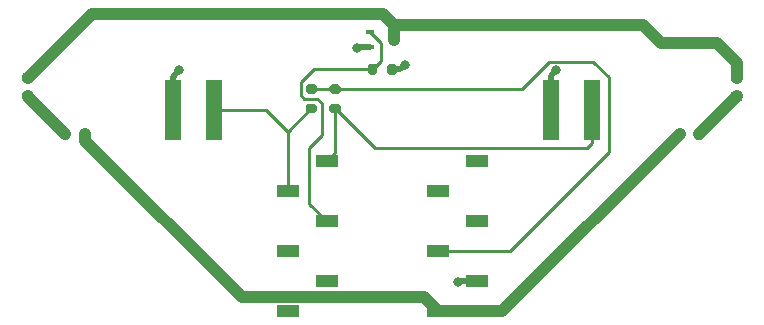
<source format=gbr>
%TF.GenerationSoftware,KiCad,Pcbnew,5.1.7-a382d34a8~88~ubuntu18.04.1*%
%TF.CreationDate,2022-11-07T19:40:55-05:00*%
%TF.ProjectId,project-mute-button,70726f6a-6563-4742-9d6d-7574652d6275,rev?*%
%TF.SameCoordinates,Original*%
%TF.FileFunction,Copper,L1,Top*%
%TF.FilePolarity,Positive*%
%FSLAX46Y46*%
G04 Gerber Fmt 4.6, Leading zero omitted, Abs format (unit mm)*
G04 Created by KiCad (PCBNEW 5.1.7-a382d34a8~88~ubuntu18.04.1) date 2022-11-07 19:40:55*
%MOMM*%
%LPD*%
G01*
G04 APERTURE LIST*
%TA.AperFunction,SMDPad,CuDef*%
%ADD10R,0.700000X0.450000*%
%TD*%
%TA.AperFunction,SMDPad,CuDef*%
%ADD11R,1.400000X5.100000*%
%TD*%
%TA.AperFunction,SMDPad,CuDef*%
%ADD12R,1.900000X1.000000*%
%TD*%
%TA.AperFunction,ViaPad*%
%ADD13C,0.800000*%
%TD*%
%TA.AperFunction,Conductor*%
%ADD14C,0.250000*%
%TD*%
%TA.AperFunction,Conductor*%
%ADD15C,1.000000*%
%TD*%
%TA.AperFunction,Conductor*%
%ADD16C,0.500000*%
%TD*%
G04 APERTURE END LIST*
%TO.P,R5,2*%
%TO.N,Net-(D2-Pad2)*%
%TA.AperFunction,SMDPad,CuDef*%
G36*
G01*
X93775000Y-73625000D02*
X93775000Y-73075000D01*
G75*
G02*
X93975000Y-72875000I200000J0D01*
G01*
X94375000Y-72875000D01*
G75*
G02*
X94575000Y-73075000I0J-200000D01*
G01*
X94575000Y-73625000D01*
G75*
G02*
X94375000Y-73825000I-200000J0D01*
G01*
X93975000Y-73825000D01*
G75*
G02*
X93775000Y-73625000I0J200000D01*
G01*
G37*
%TD.AperFunction*%
%TO.P,R5,1*%
%TO.N,+5V*%
%TA.AperFunction,SMDPad,CuDef*%
G36*
G01*
X92125000Y-73625000D02*
X92125000Y-73075000D01*
G75*
G02*
X92325000Y-72875000I200000J0D01*
G01*
X92725000Y-72875000D01*
G75*
G02*
X92925000Y-73075000I0J-200000D01*
G01*
X92925000Y-73625000D01*
G75*
G02*
X92725000Y-73825000I-200000J0D01*
G01*
X92325000Y-73825000D01*
G75*
G02*
X92125000Y-73625000I0J200000D01*
G01*
G37*
%TD.AperFunction*%
%TD*%
%TO.P,R4,2*%
%TO.N,GND*%
%TA.AperFunction,SMDPad,CuDef*%
G36*
G01*
X67775000Y-68125000D02*
X67775000Y-67575000D01*
G75*
G02*
X67975000Y-67375000I200000J0D01*
G01*
X68375000Y-67375000D01*
G75*
G02*
X68575000Y-67575000I0J-200000D01*
G01*
X68575000Y-68125000D01*
G75*
G02*
X68375000Y-68325000I-200000J0D01*
G01*
X67975000Y-68325000D01*
G75*
G02*
X67775000Y-68125000I0J200000D01*
G01*
G37*
%TD.AperFunction*%
%TO.P,R4,1*%
%TO.N,/G2*%
%TA.AperFunction,SMDPad,CuDef*%
G36*
G01*
X66125000Y-68125000D02*
X66125000Y-67575000D01*
G75*
G02*
X66325000Y-67375000I200000J0D01*
G01*
X66725000Y-67375000D01*
G75*
G02*
X66925000Y-67575000I0J-200000D01*
G01*
X66925000Y-68125000D01*
G75*
G02*
X66725000Y-68325000I-200000J0D01*
G01*
X66325000Y-68325000D01*
G75*
G02*
X66125000Y-68125000I0J200000D01*
G01*
G37*
%TD.AperFunction*%
%TD*%
%TO.P,R3,2*%
%TO.N,Net-(D1-Pad2)*%
%TA.AperFunction,SMDPad,CuDef*%
G36*
G01*
X40925000Y-73075000D02*
X40925000Y-73625000D01*
G75*
G02*
X40725000Y-73825000I-200000J0D01*
G01*
X40325000Y-73825000D01*
G75*
G02*
X40125000Y-73625000I0J200000D01*
G01*
X40125000Y-73075000D01*
G75*
G02*
X40325000Y-72875000I200000J0D01*
G01*
X40725000Y-72875000D01*
G75*
G02*
X40925000Y-73075000I0J-200000D01*
G01*
G37*
%TD.AperFunction*%
%TO.P,R3,1*%
%TO.N,+5V*%
%TA.AperFunction,SMDPad,CuDef*%
G36*
G01*
X42575000Y-73075000D02*
X42575000Y-73625000D01*
G75*
G02*
X42375000Y-73825000I-200000J0D01*
G01*
X41975000Y-73825000D01*
G75*
G02*
X41775000Y-73625000I0J200000D01*
G01*
X41775000Y-73075000D01*
G75*
G02*
X41975000Y-72875000I200000J0D01*
G01*
X42375000Y-72875000D01*
G75*
G02*
X42575000Y-73075000I0J-200000D01*
G01*
G37*
%TD.AperFunction*%
%TD*%
D10*
%TO.P,Q1,3*%
%TO.N,Net-(D1-Pad1)*%
X68350000Y-65350000D03*
%TO.P,Q1,2*%
%TO.N,GND*%
X66350000Y-66000000D03*
%TO.P,Q1,1*%
%TO.N,/G2*%
X66350000Y-64700000D03*
%TD*%
%TO.P,D2,2*%
%TO.N,Net-(D2-Pad2)*%
%TA.AperFunction,SMDPad,CuDef*%
G36*
G01*
X97093750Y-69700000D02*
X97606250Y-69700000D01*
G75*
G02*
X97825000Y-69918750I0J-218750D01*
G01*
X97825000Y-70356250D01*
G75*
G02*
X97606250Y-70575000I-218750J0D01*
G01*
X97093750Y-70575000D01*
G75*
G02*
X96875000Y-70356250I0J218750D01*
G01*
X96875000Y-69918750D01*
G75*
G02*
X97093750Y-69700000I218750J0D01*
G01*
G37*
%TD.AperFunction*%
%TO.P,D2,1*%
%TO.N,Net-(D1-Pad1)*%
%TA.AperFunction,SMDPad,CuDef*%
G36*
G01*
X97093750Y-68125000D02*
X97606250Y-68125000D01*
G75*
G02*
X97825000Y-68343750I0J-218750D01*
G01*
X97825000Y-68781250D01*
G75*
G02*
X97606250Y-69000000I-218750J0D01*
G01*
X97093750Y-69000000D01*
G75*
G02*
X96875000Y-68781250I0J218750D01*
G01*
X96875000Y-68343750D01*
G75*
G02*
X97093750Y-68125000I218750J0D01*
G01*
G37*
%TD.AperFunction*%
%TD*%
%TO.P,D1,2*%
%TO.N,Net-(D1-Pad2)*%
%TA.AperFunction,SMDPad,CuDef*%
G36*
G01*
X37093750Y-69700000D02*
X37606250Y-69700000D01*
G75*
G02*
X37825000Y-69918750I0J-218750D01*
G01*
X37825000Y-70356250D01*
G75*
G02*
X37606250Y-70575000I-218750J0D01*
G01*
X37093750Y-70575000D01*
G75*
G02*
X36875000Y-70356250I0J218750D01*
G01*
X36875000Y-69918750D01*
G75*
G02*
X37093750Y-69700000I218750J0D01*
G01*
G37*
%TD.AperFunction*%
%TO.P,D1,1*%
%TO.N,Net-(D1-Pad1)*%
%TA.AperFunction,SMDPad,CuDef*%
G36*
G01*
X37093750Y-68125000D02*
X37606250Y-68125000D01*
G75*
G02*
X37825000Y-68343750I0J-218750D01*
G01*
X37825000Y-68781250D01*
G75*
G02*
X37606250Y-69000000I-218750J0D01*
G01*
X37093750Y-69000000D01*
G75*
G02*
X36875000Y-68781250I0J218750D01*
G01*
X36875000Y-68343750D01*
G75*
G02*
X37093750Y-68125000I218750J0D01*
G01*
G37*
%TD.AperFunction*%
%TD*%
%TO.P,R2,2*%
%TO.N,/G1*%
%TA.AperFunction,SMDPad,CuDef*%
G36*
G01*
X61075000Y-70775000D02*
X61625000Y-70775000D01*
G75*
G02*
X61825000Y-70975000I0J-200000D01*
G01*
X61825000Y-71375000D01*
G75*
G02*
X61625000Y-71575000I-200000J0D01*
G01*
X61075000Y-71575000D01*
G75*
G02*
X60875000Y-71375000I0J200000D01*
G01*
X60875000Y-70975000D01*
G75*
G02*
X61075000Y-70775000I200000J0D01*
G01*
G37*
%TD.AperFunction*%
%TO.P,R2,1*%
%TO.N,+3V3*%
%TA.AperFunction,SMDPad,CuDef*%
G36*
G01*
X61075000Y-69125000D02*
X61625000Y-69125000D01*
G75*
G02*
X61825000Y-69325000I0J-200000D01*
G01*
X61825000Y-69725000D01*
G75*
G02*
X61625000Y-69925000I-200000J0D01*
G01*
X61075000Y-69925000D01*
G75*
G02*
X60875000Y-69725000I0J200000D01*
G01*
X60875000Y-69325000D01*
G75*
G02*
X61075000Y-69125000I200000J0D01*
G01*
G37*
%TD.AperFunction*%
%TD*%
%TO.P,R1,2*%
%TO.N,/G0*%
%TA.AperFunction,SMDPad,CuDef*%
G36*
G01*
X63075000Y-70775000D02*
X63625000Y-70775000D01*
G75*
G02*
X63825000Y-70975000I0J-200000D01*
G01*
X63825000Y-71375000D01*
G75*
G02*
X63625000Y-71575000I-200000J0D01*
G01*
X63075000Y-71575000D01*
G75*
G02*
X62875000Y-71375000I0J200000D01*
G01*
X62875000Y-70975000D01*
G75*
G02*
X63075000Y-70775000I200000J0D01*
G01*
G37*
%TD.AperFunction*%
%TO.P,R1,1*%
%TO.N,+3V3*%
%TA.AperFunction,SMDPad,CuDef*%
G36*
G01*
X63075000Y-69125000D02*
X63625000Y-69125000D01*
G75*
G02*
X63825000Y-69325000I0J-200000D01*
G01*
X63825000Y-69725000D01*
G75*
G02*
X63625000Y-69925000I-200000J0D01*
G01*
X63075000Y-69925000D01*
G75*
G02*
X62875000Y-69725000I0J200000D01*
G01*
X62875000Y-69325000D01*
G75*
G02*
X63075000Y-69125000I200000J0D01*
G01*
G37*
%TD.AperFunction*%
%TD*%
D11*
%TO.P,J4,2*%
%TO.N,GND*%
X49600000Y-71300000D03*
%TO.P,J4,1*%
%TO.N,/G1*%
X53100000Y-71300000D03*
%TD*%
%TO.P,J3,2*%
%TO.N,GND*%
X81600000Y-71300000D03*
%TO.P,J3,1*%
%TO.N,/G0*%
X85100000Y-71300000D03*
%TD*%
D12*
%TO.P,J2,5*%
%TO.N,/G1*%
X59350000Y-78190000D03*
%TO.P,J2,3*%
%TO.N,/G3*%
X59350000Y-83270000D03*
%TO.P,J2,1*%
%TO.N,/RX*%
X59350000Y-88350000D03*
%TO.P,J2,6*%
%TO.N,/G0*%
X62650000Y-75650000D03*
%TO.P,J2,4*%
%TO.N,/G2*%
X62650000Y-80730000D03*
%TO.P,J2,2*%
%TO.N,/TX*%
X62650000Y-85810000D03*
%TD*%
%TO.P,J1,5*%
%TO.N,/SCL*%
X72050000Y-78190000D03*
%TO.P,J1,3*%
%TO.N,+3V3*%
X72050000Y-83270000D03*
%TO.P,J1,1*%
%TO.N,+5V*%
X72050000Y-88350000D03*
%TO.P,J1,6*%
%TO.N,/SDA*%
X75350000Y-75650000D03*
%TO.P,J1,4*%
%TO.N,/~R*%
X75350000Y-80730000D03*
%TO.P,J1,2*%
%TO.N,GND*%
X75350000Y-85810000D03*
%TD*%
D13*
%TO.N,GND*%
X73750000Y-85850000D03*
X50150000Y-67950000D03*
X82050000Y-67950000D03*
X69250000Y-67450000D03*
X65250000Y-66050000D03*
%TD*%
D14*
%TO.N,+3V3*%
X61350000Y-69525000D02*
X63350000Y-69525000D01*
X79175000Y-69525000D02*
X81475001Y-67224999D01*
X63350000Y-69525000D02*
X79175000Y-69525000D01*
X85224999Y-67224999D02*
X86550000Y-68550000D01*
X81475001Y-67224999D02*
X85224999Y-67224999D01*
X78130000Y-83270000D02*
X72050000Y-83270000D01*
X86550000Y-68550000D02*
X86550000Y-74850000D01*
X86550000Y-74850000D02*
X78130000Y-83270000D01*
D15*
%TO.N,+5V*%
X70849999Y-87149999D02*
X72050000Y-88350000D01*
X55439997Y-87149999D02*
X70849999Y-87149999D01*
X42175000Y-73885002D02*
X55439997Y-87149999D01*
X42175000Y-73350000D02*
X42175000Y-73885002D01*
X77525000Y-88350000D02*
X72050000Y-88350000D01*
X92525000Y-73350000D02*
X77525000Y-88350000D01*
D16*
%TO.N,GND*%
X75350000Y-85810000D02*
X73790000Y-85810000D01*
X73790000Y-85810000D02*
X73750000Y-85850000D01*
X49600000Y-71300000D02*
X49600000Y-68500000D01*
X49600000Y-68500000D02*
X50150000Y-67950000D01*
X81600000Y-71300000D02*
X81600000Y-68400000D01*
X81600000Y-68400000D02*
X82050000Y-67950000D01*
X68175000Y-67850000D02*
X68850000Y-67850000D01*
X68850000Y-67850000D02*
X69250000Y-67450000D01*
X66350000Y-66000000D02*
X65300000Y-66000000D01*
X65300000Y-66000000D02*
X65250000Y-66050000D01*
D14*
%TO.N,/G1*%
X59350000Y-73175000D02*
X61350000Y-71175000D01*
X59350000Y-78190000D02*
X59350000Y-73175000D01*
X57475000Y-71300000D02*
X59350000Y-73175000D01*
X53100000Y-71300000D02*
X57475000Y-71300000D01*
%TO.N,/G0*%
X63350000Y-74950000D02*
X62650000Y-75650000D01*
X63350000Y-71175000D02*
X63350000Y-74950000D01*
X66725000Y-74550000D02*
X63350000Y-71175000D01*
X84650000Y-74550000D02*
X66725000Y-74550000D01*
X85100000Y-71300000D02*
X85100000Y-74100000D01*
X85100000Y-74100000D02*
X84650000Y-74550000D01*
%TO.N,/G2*%
X67250000Y-67125000D02*
X66525000Y-67850000D01*
X66350000Y-64700000D02*
X67250000Y-65600000D01*
X67250000Y-65600000D02*
X67250000Y-67125000D01*
X61150000Y-79230000D02*
X62650000Y-80730000D01*
X61150000Y-74550000D02*
X61150000Y-79230000D01*
X62250000Y-73450000D02*
X61150000Y-74550000D01*
X62250000Y-70750000D02*
X62250000Y-73450000D01*
X61550000Y-67850000D02*
X60450000Y-68950000D01*
X66525000Y-67850000D02*
X61550000Y-67850000D01*
X60450000Y-68950000D02*
X60450000Y-70050000D01*
X60450000Y-70050000D02*
X60750000Y-70350000D01*
X60750000Y-70350000D02*
X61850000Y-70350000D01*
X61850000Y-70350000D02*
X62250000Y-70750000D01*
D15*
%TO.N,Net-(D1-Pad2)*%
X37350000Y-70175000D02*
X40525000Y-73350000D01*
X37350000Y-70137500D02*
X37350000Y-70175000D01*
%TO.N,Net-(D1-Pad1)*%
X68350000Y-64125000D02*
X68350000Y-65350000D01*
X37350000Y-68562500D02*
X42762500Y-63150000D01*
X67375000Y-63150000D02*
X68350000Y-64125000D01*
X42762500Y-63150000D02*
X67375000Y-63150000D01*
X89425000Y-64125000D02*
X68350000Y-64125000D01*
X95710328Y-65650000D02*
X90950000Y-65650000D01*
X90950000Y-65650000D02*
X89425000Y-64125000D01*
X97350000Y-68562500D02*
X97350000Y-67289672D01*
X97350000Y-67289672D02*
X95710328Y-65650000D01*
%TO.N,Net-(D2-Pad2)*%
X94175000Y-73312500D02*
X97350000Y-70137500D01*
X94175000Y-73350000D02*
X94175000Y-73312500D01*
%TD*%
M02*

</source>
